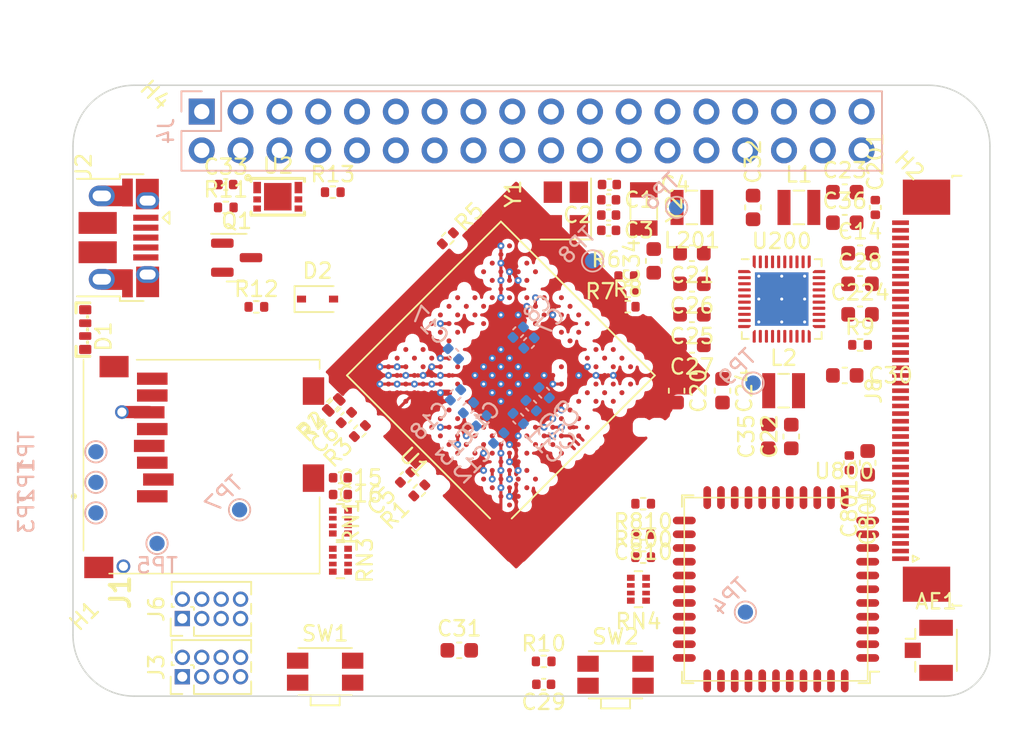
<source format=kicad_pcb>
(kicad_pcb (version 20211014) (generator pcbnew)
  (layers (0 "F.Cu" signal) (1 "In1.Cu" signal) (2 "In2.Cu" signal) (31 "B.Cu" signal) (34 "B.Paste" user) (35 "F.Paste" user) (36 "B.SilkS" user "B.Silkscreen") (37 "F.SilkS" user "F.Silkscreen") (38 "B.Mask" user) (39 "F.Mask" user) (44 "Edge.Cuts" user))
  (net 0 "")
  (net 10 "/cpu/vddout25")
  (net 12 "Net-(AE1-Pad1)")
  (net 28 "USBA-D-")
  (net 29 "USBA-D+")
  (net 34 "USBC-D-")
  (net 36 "USBC-D+")
  (net 37 "USBB-D-")
  (net 38 "USBB-D+")
  (net 41 "RMII-TXCK")
  (net 42 "RMII-MDIO")
  (net 43 "RMII-RXER")
  (net 45 "PCK0-OUTPUT")
  (net 47 "RMII-MDC")
  (net 48 "GND")
  (net 49 "/cpu/hse-in")
  (net 50 "/cpu/lse-in")
  (net 51 "/cpu/hse-out")
  (net 52 "/cpu/lse-out")
  (net 53 "Net-(R5-Pad2)")
  (net 54 "RMII-TXEN")
  (net 55 "RMII-RXDV")
  (net 56 "RMII-TX1")
  (net 57 "/cpu/ddr_cal")
  (net 58 "/cpu/ddr_vref")
  (net 59 "RMII-RX0")
  (net 60 "VDD-DRAM")
  (net 61 "SDIO0-CD")
  (net 62 "SDIO0-DAT1")
  (net 63 "SDIO0-CLK")
  (net 64 "SDIO0-DAT2")
  (net 65 "SDIO0-CMD")
  (net 66 "SDIO0-DAT3")
  (net 67 "SDIO0-DAT0")
  (net 68 "DBG-TXD")
  (net 69 "DBG-RXD")
  (net 70 "~{RST}")
  (net 71 "VDD_3V3")
  (net 72 "VDD_DRAM")
  (net 73 "VDD_CORE")
  (net 74 "VIN")
  (net 75 "Net-(L201-Pad1)")
  (net 76 "PMIC_SHDN")
  (net 77 "UART0-TX")
  (net 78 "RMII-TX0")
  (net 79 "RMII-RX1")
  (net 80 "RMII-TXER")
  (net 81 "USB-ID")
  (net 82 "VBUS-SENSE")
  (net 83 "UART0-RX")
  (net 84 "Net-(C33-Pad1)")
  (net 85 "BAT_GND")
  (net 86 "GPIO1")
  (net 88 "UART1-TX")
  (net 89 "UART1-RX")
  (net 90 "I2C-SCL")
  (net 91 "I2C-SDA")
  (net 92 "GPIO3")
  (net 93 "GPIO2")
  (net 94 "UART2-TX")
  (net 95 "UART2-RX")
  (net 96 "GPIO4")
  (net 97 "SPI-CLK")
  (net 98 "SPI-CS")
  (net 99 "SPI-MOSI")
  (net 100 "SPI-MISO")
  (net 101 "ACIN")
  (net 102 "+3V3")
  (net 103 "VBAT")
  (net 106 "CAN-TX")
  (net 107 "CAN-RX")
  (net 108 "GPIOA1")
  (net 109 "GPIOA2")
  (net 110 "GPIOA3")
  (net 111 "GPIOA4")
  (net 112 "GPIOA5")
  (net 114 "AP-WAKE-BT")
  (net 115 "BT-WAKE-AP")
  (net 116 "AP-WAKE-WIFI")
  (net 117 "WIFI-WAKE-AP")
  (net 118 "BT-REG-ON")
  (net 119 "SDIO1-CLK")
  (net 120 "SDIO1-DAT0")
  (net 121 "SDIO1-CMD")
  (net 122 "BT-UART-TXD")
  (net 123 "BT-UART-RXD")
  (net 124 "BT-UART-CTS")
  (net 125 "Net-(R800-Pad2)")
  (net 126 "SDIO1-DAT1")
  (net 127 "SDIO1-DAT2")
  (net 128 "SDIO1-DAT3")
  (net 129 "Net-(C14-Pad1)")
  (net 130 "Net-(C20-Pad1)")
  (net 131 "Net-(C24-Pad1)")
  (net 132 "Net-(C25-Pad1)")
  (net 133 "Net-(C26-Pad1)")
  (net 134 "Net-(C27-Pad1)")
  (net 135 "IPS")
  (net 136 "Net-(C201-Pad1)")
  (net 137 "Net-(C224-Pad1)")
  (net 138 "RGMII-RXCK")
  (net 139 "RGMII-RXCTL")
  (net 140 "RGMII-RX2")
  (net 141 "RGMII-RX3")
  (net 142 "RGMII-TXCTL")
  (net 143 "RGMII-TX2")
  (net 144 "RGMII-TX3")
  (net 145 "Net-(R9-Pad1)")
  (net 159 "BAT_NTC")
  (net 160 "VBUS")
  (net 161 "Net-(R13-Pad1)")
  (net 162 "Net-(U200-Pad36)")
  (net 163 "Net-(U200-Pad15)")
  (net 175 "LCD-D23")
  (net 176 "LCD-D22")
  (net 177 "LCD-D21")
  (net 178 "LCD-D20")
  (net 179 "LCD-D19")
  (net 180 "LCD-D18")
  (net 181 "LCD-D15")
  (net 182 "LCD-D14")
  (net 183 "LCD-D13")
  (net 184 "LCD-D12")
  (net 185 "LCD-D11")
  (net 186 "LCD-D10")
  (net 187 "LCD-D7")
  (net 188 "LCD-D6")
  (net 189 "LCD-D5")
  (net 190 "LCD-D4")
  (net 191 "LCD-D3")
  (net 192 "LCD-D2")
  (net 193 "LCD-DE")
  (net 194 "LCD-CLK")
  (net 195 "LCD-HSYNC")
  (net 196 "LCD-VSYNC")
  (net 198 "LED_K")
  (net 199 "LED_A")
  (net 201 "LED-GREEN")
  (net 202 "LED-RED")
  (net 203 "LED-BLUE")
  (net 204 "SSC-TF")
  (net 205 "SSC-TK")
  (net 206 "SSC-TD")
  (net 207 "SSC-RD")
  (net 211 "PMIC-IRQ")
  (net 212 "LCD-EN")
  (net 213 "LCD-PWM")
  (net 214 "PON")
  (net 215 "Net-(R10-Pad1)")
  (net 218 "~{PMIC_RST}")
  (footprint "Capacitor_SMD:C_0402_1005Metric" (layer "F.Cu") (at 135.05 68.5 180)
    (fp_text reference "C2")
    (fp_text value "C_Small")
  )
  (footprint "Diode_SMD:D_SOD-323" (layer "F.Cu") (at 116 74)
    (fp_text reference "D2")
    (fp_text value "D_Schottky")
  )
  (footprint "Connector_PinHeader_1.27mm:PinHeader_2x04_P1.27mm_Vertical" (layer "F.Cu") (at 107.155 94.92 90)
    (fp_text reference "J6")
    (fp_text value "Conn_01x08")
  )
  (footprint "Capacitor_SMD:C_0402_1005Metric" (layer "F.Cu") (at 121.763319 85.660947 -135)
    (fp_text reference "C5")
    (fp_text value "C_Small")
  )
  (footprint "Capacitor_SMD:C_0402_1005Metric" (layer "F.Cu") (at 117.888374 81.757717 -135)
    (fp_text reference "C6")
    (fp_text value "100nF")
  )
  (footprint "Package_DFN_QFN:TQFN-40-1EP_5x5mm_P0.4mm_EP3.5x3.5mm_ThermalVias" (layer "F.Cu") (at 146.375 74)
    (fp_text reference "U200")
    (fp_text value "ACT8945AQJ305-T")
  )
  (footprint "Capacitor_SMD:C_0402_1005Metric" (layer "F.Cu") (at 135.05 67.5)
    (fp_text reference "C1")
    (fp_text value "C_Small")
  )
  (footprint "Resistor_SMD:R_0402_1005Metric" (layer "F.Cu") (at 136.2 72.5)
    (fp_text reference "R6")
    (fp_text value "82k")
  )
  (footprint "Capacitor_SMD:C_0402_1005Metric" (layer "F.Cu") (at 130.8 99.225 180)
    (fp_text reference "C29")
    (fp_text value "100nF")
  )
  (footprint "Capacitor_SMD:C_0603_1608Metric" (layer "F.Cu") (at 145.5 83 90)
    (fp_text reference "C35")
    (fp_text value "10uF")
  )
  (footprint "Capacitor_SMD:C_0603_1608Metric" (layer "F.Cu") (at 125.275 97)
    (fp_text reference "C31")
    (fp_text value "4.7uF")
  )
  (footprint "Resistor_SMD:R_0402_1005Metric" (layer "F.Cu") (at 124.528106 70.026816 -135)
    (fp_text reference "R5")
    (fp_text value "5.62k")
  )
  (footprint "Crystal:Crystal_SMD_3215-2Pin_3.2x1.5mm" (layer "F.Cu") (at 137.35 68.1 90)
    (fp_text reference "Y2")
    (fp_text value "32.768kHz")
  )
  (footprint "Button_Switch_SMD:SW_SPST_EVQP7C" (layer "F.Cu") (at 135.5 98.6)
    (fp_text reference "SW2")
    (fp_text value "SW_Push")
  )
  (footprint "Capacitor_SMD:C_0402_1005Metric" (layer "F.Cu") (at 135.1 66.5 180)
    (fp_text reference "C4")
    (fp_text value "C_Small")
  )
  (footprint "Capacitor_SMD:C_0603_1608Metric" (layer "F.Cu") (at 140.5 75 180)
    (fp_text reference "C25")
    (fp_text value "4.7uF")
  )
  (footprint "Resistor_SMD:R_0402_1005Metric" (layer "F.Cu") (at 112 74.51)
    (fp_text reference "R12")
    (fp_text value "R_Small")
  )
  (footprint "Capacitor_SMD:C_0402_1005Metric" (layer "F.Cu") (at 135.05 69.5)
    (fp_text reference "C3")
    (fp_text value "C_Small")
  )
  (footprint "Resistor_SMD:R_0402_1005Metric" (layer "F.Cu") (at 117.120607 80.98995 -135)
    (fp_text reference "R4")
    (fp_text value "4.7k")
  )
  (footprint "Capacitor_SMD:C_0603_1608Metric" (layer "F.Cu") (at 140.5 73 180)
    (fp_text reference "C26")
    (fp_text value "4.7uF")
  )
  (footprint "Capacitor_SMD:C_0603_1608Metric" (layer "F.Cu") (at 150.5 69)
    (fp_text reference "C36")
    (fp_text value "10uF")
  )
  (footprint "Resistor_SMD:R_0402_1005Metric" (layer "F.Cu") (at 130.8 97.725)
    (fp_text reference "R10")
    (fp_text value "1k")
  )
  (footprint "Capacitor_SMD:C_0402_1005Metric" (layer "F.Cu") (at 137.31 89.4 180)
    (fp_text reference "C810")
    (fp_text value "1uF")
  )
  (footprint "Capacitor_SMD:C_0402_1005Metric" (layer "F.Cu") (at 110 66.5)
    (fp_text reference "C33")
    (fp_text value "100nF")
  )
  (footprint "Capacitor_SMD:C_0603_1608Metric" (layer "F.Cu") (at 152 84.725 -90)
    (fp_text reference "C800")
    (fp_text value "4.7uF")
  )
  (footprint "Capacitor_SMD:C_0402_1005Metric" (layer "F.Cu") (at 117.5 86.8)
    (fp_text reference "C16")
    (fp_text value "100nF")
  )
  (footprint "MountingHole:MountingHole_2.7mm_M2.5_DIN965" (layer "F.Cu") (at 157 63 -45)
    (fp_text reference "H2")
    (fp_text value "MountingHole")
  )
  (footprint "Capacitor_SMD:C_0402_1005Metric" (layer "F.Cu") (at 150.8 84.725 -90)
    (fp_text reference "C801")
    (fp_text value "100nF")
  )
  (footprint "Capacitor_SMD:C_0603_1608Metric" (layer "F.Cu") (at 147 83 90)
    (fp_text reference "C22")
    (fp_text value "10uF")
  )
  (footprint "Connector_FFC-FPC:TE_4-1734839-5_1x45-1MP_P0.5mm_Horizontal" (layer "F.Cu") (at 155.5 80 90)
    (fp_text reference "J8")
    (fp_text value "Conn_2Rows-45Pins_MountingPin")
  )
  (footprint "Capacitor_SMD:C_0603_1608Metric" (layer "F.Cu") (at 142.5 80 -90)
    (fp_text reference "C24")
    (fp_text value "4.7uF")
  )
  (footprint "MountingHole:MountingHole_2.7mm_M2.5_DIN965" (layer "F.Cu") (at 103 97 -135)
    (fp_text reference "H1")
    (fp_text value "MountingHole")
  )
  (footprint "Resistor_SMD:R_0402_1005Metric" (layer "F.Cu") (at 110 68)
    (fp_text reference "R11")
    (fp_text value "330")
  )
  (footprint "Resistor_SMD:R_0402_1005Metric" (layer "F.Cu") (at 137.31 87.4 180)
    (fp_text reference "R810")
    (fp_text value "10k")
  )
  (footprint "Crystal:Crystal_SMD_3225-4Pin_3.2x2.5mm" (layer "F.Cu") (at 132.25 68.1 90)
    (fp_text reference "Y1")
    (fp_text value "24MHz")
  )
  (footprint "Capacitor_SMD:C_0603_1608Metric" (layer "F.Cu") (at 150.5 67)
    (fp_text reference "C23")
    (fp_text value "10uF")
  )
  (footprint "Resistor_SMD:R_0402_1005Metric" (layer "F.Cu") (at 137.31 90.9)
    (fp_text reference "R800")
    (fp_text value "0/dnp")
  )
  (footprint "Resistor_SMD:R_0402_1005Metric" (layer "F.Cu") (at 136.3 73.5)
    (fp_text reference "R7")
    (fp_text value "47k")
  )
  (footprint "Resistor_SMD:R_0402_1005Metric" (layer "F.Cu") (at 117.00449 80.873834 -135)
    (fp_text reference "R2")
    (fp_text value "4.7k")
  )
  (footprint "Button_Switch_SMD:SW_SPST_EVQP7C" (layer "F.Cu") (at 116.5 98.4)
    (fp_text reference "SW1")
    (fp_text value "SW_Push")
  )
  (footprint "Capacitor_SMD:C_0603_1608Metric" (layer "F.Cu") (at 138 71.5 90)
    (fp_text reference "C34")
    (fp_text value "10uF")
  )
  (footprint "Inductor_SMD:L_Wuerth_MAPI-2510" (layer "F.Cu") (at 146.5 80)
    (fp_text reference "L2")
    (fp_text value "2.2uH")
  )
  (footprint "Connector_USB:USB_Micro-B_Amphenol_10103594-0001LF_Horizontal" (layer "F.Cu") (at 103 70 -90)
    (fp_text reference "J2")
    (fp_text value "USB_B_Micro")
  )
  (footprint "Resistor_SMD:R_0402_1005Metric" (layer "F.Cu") (at 151.5 77)
    (fp_text reference "R9")
    (fp_text value "R_Small")
  )
  (footprint "Resistor_SMD:R_0402_1005Metric" (layer "F.Cu") (at 136.3 74.5)
    (fp_text reference "R8")
    (fp_text value "47k")
  )
  (footprint "Resistor_SMD:R_Array_Convex_4x0402" (layer "F.Cu") (at 117.5 88.6)
    (fp_text reference "RN1")
    (fp_text value "10k")
  )
  (footprint "Resistor_SMD:R_Array_Convex_4x0402" (layer "F.Cu") (at 117.5 91.1)
    (fp_text reference "RN3")
    (fp_text value "10k")
  )
  (footprint "microchip:SAM9X60D1G" (layer "F.Cu") (at 128 79 135)
    (fp_text reference "U1")
    (fp_text value "SAM9X60D1G")
  )
  (footprint "Connector_PinHeader_1.27mm:PinHeader_2x04_P1.27mm_Vertical" (layer "F.Cu") (at 107.155 98.73 90)
    (fp_text reference "J3")
    (fp_text value "Conn_01x08")
  )
  (footprint "Resistor_SMD:R_0402_1005Metric" (layer "F.Cu") (at 122.661345 86.530688 -135)
    (fp_text reference "R1")
    (fp_text value "20k")
  )
  (footprint "Resistor_SMD:R_Array_Convex_4x0402" (layer "F.Cu") (at 137 93 180)
    (fp_text reference "RN4")
    (fp_text value "10k")
  )
  (footprint "Capacitor_SMD:C_0603_1608Metric" (layer "F.Cu") (at 140.5 71 180)
    (fp_text reference "C21")
    (fp_text value "10uF")
  )
  (footprint "sdio:lga44_12x12mm_P0.9" (layer "F.Cu") (at 146 93 180)
    (fp_text reference "U800")
    (fp_text value "RTL8723BS")
  )
  (footprint "Capacitor_SMD:C_0603_1608Metric" (layer "F.Cu") (at 150.5 78.999999)
    (fp_text reference "C30")
    (fp_text value "4.7uF")
  )
  (footprint "Resistor_SMD:R_0402_1005Metric" (layer "F.Cu") (at 117 67)
    (fp_text reference "R13")
    (fp_text value "2.7k")
  )
  (footprint "Resistor_SMD:R_0402_1005Metric" (layer "F.Cu") (at 118.772257 82.641601 -135)
    (fp_text reference "R3")
    (fp_text value "4.7k")
  )
  (footprint "Capacitor_SMD:C_0603_1608Metric" (layer "F.Cu") (at 151.5 73)
    (fp_text reference "C28")
    (fp_text value "4.7uF")
  )
  (footprint "diodes:DFN-2030-6" (layer "F.Cu") (at 113.4 67.3)
    (fp_text reference "U2")
    (fp_text value "AP9211")
  )
  (footprint "gct:MEM20610118800A" (layer "F.Cu") (at 105.1875 79.215 -90)
    (fp_text reference "J1")
    (fp_text value "Micro_SD_Card_Det" hide)
  )
  (footprint "MountingHole:MountingHole_2.7mm_M2.5_DIN965" (layer "F.Cu") (at 103 63 -45)
    (fp_text reference "H4")
    (fp_text value "MountingHole")
  )
  (footprint "Connector_Coaxial:U.FL_Hirose_U.FL-R-SMT-1_Vertical" (layer "F.Cu") (at 156 97)
    (fp_text reference "AE1")
    (fp_text value "Antenna_Shield")
  )
  (footprint "Capacitor_SMD:C_0603_1608Metric" (layer "F.Cu") (at 140.5 77 180)
    (fp_text reference "C27")
    (fp_text value "4.7uF")
  )
  (footprint "Inductor_SMD:L_Wuerth_MAPI-2510" (layer "F.Cu") (at 147.5 68)
    (fp_text reference "L1")
    (fp_text value "2.2uH")
  )
  (footprint "led:rgb-1204" (layer "F.Cu") (at 100.3 76 90)
    (fp_text reference "D1")
    (fp_text value "RF-W2S118TS-A41")
  )
  (footprint "Capacitor_SMD:C_0603_1608Metric" (layer "F.Cu") (at 139.5 80 -90)
    (fp_text reference "C20")
    (fp_text value "4.7uF")
  )
  (footprint "Capacitor_SMD:C_0603_1608Metric" (layer "F.Cu") (at 151.5 71)
    (fp_text reference "C14")
    (fp_text value "4.7uF")
  )
  (footprint "Capacitor_SMD:C_0603_1608Metric" (layer "F.Cu") (at 144.5 68 90)
    (fp_text reference "C32")
    (fp_text value "4.7uF")
  )
  (footprint "Capacitor_SMD:C_0402_1005Metric" (layer "F.Cu") (at 152.5 68 90)
    (fp_text reference "C201")
    (fp_text value "47nF")
  )
  (footprint "Capacitor_SMD:C_0603_1608Metric" (layer "F.Cu") (at 151.5 75)
    (fp_text reference "C224")
    (fp_text value "10uF")
  )
  (footprint "Inductor_SMD:L_Wuerth_MAPI-2510" (layer "F.Cu") (at 140.5 68 180)
    (fp_text reference "L201")
    (fp_text value "2.2uH")
  )
  (footprint "Capacitor_SMD:C_0402_1005Metric" (layer "F.Cu") (at 117.5 85.7)
    (fp_text reference "C15")
    (fp_text value "1uF")
  )
  (footprint "Package_TO_SOT_SMD:SOT-23" (layer "F.Cu") (at 110.71 71.29)
    (fp_text reference "Q1")
    (fp_text value "BSS84")
  )
  (footprint "Capacitor_SMD:C_0402_1005Metric" (layer "B.Cu") (at 127.858579 83.10122 45)
    (fp_text reference "C12")
    (fp_text value "100nF")
  )
  (footprint "Capacitor_SMD:C_0402_1005Metric" (layer "B.Cu") (at 129.9799 80.9799 135)
    (fp_text reference "C10")
    (fp_text value "100nF")
  )
  (footprint "Capacitor_SMD:C_0402_1005Metric" (layer "B.Cu") (at 124.88873 77.585786 -45)
    (fp_text reference "C17")
    (fp_text value "100nF")
  )
  (footprint "Capacitor_SMD:C_0402_1005Metric" (layer "B.Cu") (at 129.131372 81.828428 135)
    (fp_text reference "C11")
    (fp_text value "100nF")
  )
  (footprint "Capacitor_SMD:C_0402_1005Metric" (layer "B.Cu") (at 126.727208 81.969848 45)
    (fp_text reference "C13")
    (fp_text value "100nF")
  )
  (footprint "TestPoint:TestPoint_Pad_D1.0mm" (layer "B.Cu") (at 139.5 68 -135)
    (fp_text reference "TP6")
    (fp_text value "TestPoint")
  )
  (footprint "Capacitor_SMD:C_0402_1005Metric" (layer "B.Cu") (at 125.87868 81.12132 45)
    (fp_text reference "C19")
    (fp_text value "100nF")
  )
  (footprint "TestPoint:TestPoint_Pad_D1.0mm" (layer "B.Cu") (at 105.5 90)
    (fp_text reference "TP5")
    (fp_text value "TestPoint")
  )
  (footprint "TestPoint:TestPoint_Pad_D1.0mm" (layer "B.Cu") (at 134 71.5 -135)
    (fp_text reference "TP8")
    (fp_text value "TestPoint")
  )
  (footprint "Connector_PinHeader_2.54mm:PinHeader_2x18_P2.54mm_Vertical" (layer "B.Cu") (at 108.425 61.725 -90)
    (fp_text reference "J4")
    (fp_text value "Conn_02x18_Odd_Even")
  )
  (footprint "TestPoint:TestPoint_Pad_D1.0mm" (layer "B.Cu") (at 144 94.5 -135)
    (fp_text reference "TP4")
    (fp_text value "TestPoint")
  )
  (footprint "Capacitor_SMD:C_0402_1005Metric" (layer "B.Cu") (at 125.030152 80.272793 45)
    (fp_text reference "C18")
    (fp_text value "100nF")
  )
  (footprint "Capacitor_SMD:C_0402_1005Metric" (layer "B.Cu") (at 130.828428 80.131372 -45)
    (fp_text reference "C9")
    (fp_text value "100nF")
  )
  (footprint "TestPoint:TestPoint_Pad_D1.0mm" (layer "B.Cu") (at 101.5 88 90)
    (fp_text reference "TP3")
    (fp_text value "TestPoint")
  )
  (footprint "TestPoint:TestPoint_Pad_D1.0mm" (layer "B.Cu") (at 144.5 79.5 -135)
    (fp_text reference "TP9")
    (fp_text value "TestPoint")
  )
  (footprint "TestPoint:TestPoint_Pad_D1.0mm" (layer "B.Cu") (at 101.5 86 90)
    (fp_text reference "TP2")
    (fp_text value "TestPoint")
  )
  (footprint "Capacitor_SMD:C_0402_1005Metric" (layer "B.Cu") (at 129.131372 76.171574 -135)
    (fp_text reference "C8")
    (fp_text value "100nF")
  )
  (footprint "TestPoint:TestPoint_Pad_D1.0mm" (layer "B.Cu") (at 110.9 87.8 -135)
    (fp_text reference "TP7")
    (fp_text value "TestPoint")
  )
  (footprint "TestPoint:TestPoint_Pad_D1.0mm" (layer "B.Cu") (at 101.5 84 90)
    (fp_text reference "TP1")
    (fp_text value "TestPoint")
  )
  (footprint "Capacitor_SMD:C_0402_1005Metric" (layer "B.Cu") (at 129.83848 76.87868 -135)
    (fp_text reference "C7")
    (fp_text value "2.2uF")
  )
  (gr_line (start 156 63) (end 156.5 63) (layer "B.Cu") (width 0.2))
  (gr_line (start 156 63) (end 156 62.5) (layer "B.Cu") (width 0.2))
  (gr_rect (start 140 99) (end 152 87) (layer "F.SilkS") (width 0.1) (fill none))
  (gr_line (start 100 64) (end 100 96) (layer "Edge.Cuts") (width 0.1))
  (gr_line (start 157 100) (end 104 100) (layer "Edge.Cuts") (width 0.1))
  (gr_arc (start 100 64) (mid 101.171573 61.171573) (end 104 60) (layer "Edge.Cuts") (width 0.1))
  (gr_line (start 104 60) (end 156 60) (layer "Edge.Cuts") (width 0.1))
  (gr_line (start 160 64) (end 160 97) (layer "Edge.Cuts") (width 0.1))
  (gr_arc (start 160 97) (mid 159.12132 99.12132) (end 157 100) (layer "Edge.Cuts") (width 0.1))
  (gr_arc (start 156 60) (mid 158.828427 61.171573) (end 160 64) (layer "Edge.Cuts") (width 0.1))
  (gr_arc (start 104 100) (mid 101.171573 98.828427) (end 100 96) (layer "Edge.Cuts") (width 0.1))
  (segment (start 129.697056 75.040202) (end 129.697056 74.474517) (width 0.2) (layer "F.Cu") (net 10))
  (via (at 129.697056 74.474517) (size 0.45) (drill 0.2) (layers "F.Cu" "B.Cu") (net 10))
  (segment (start 129.131371 84.656854) (end 129.131372 85.22254) (width 0.2) (layer "F.Cu") (net 41))
  (via (at 129.131372 85.22254) (size 0.45) (drill 0.2) (layers "F.Cu" "B.Cu") (net 41))
  (segment (start 128.565685 85.22254) (end 128.565686 85.788226) (width 0.2) (layer "F.Cu") (net 47))
  (via (at 128.565686 85.788226) (size 0.45) (drill 0.2) (layers "F.Cu" "B.Cu") (net 47))
  (segment (start 128 75.605887) (end 128.000001 75.040203) (width 0.2) (layer "F.Cu") (net 48))
  (segment (start 128.000001 70.514719) (end 128 69.949033) (width 0.2) (layer "F.Cu") (net 48))
  (segment (start 128.000001 86.919597) (end 128 86.353911) (width 0.2) (layer "F.Cu") (net 48))
  (segment (start 127.434315 78.434314) (end 127.434315 77.86863) (width 0.2) (layer "F.Cu") (net 48))
  (segment (start 124.040202 79) (end 124.605888 79.000001) (width 0.2) (layer "F.Cu") (net 48))
  (segment (start 124.605889 75.605887) (end 124.040202 75.605887) (width 0.2) (layer "F.Cu") (net 48))
  (segment (start 128.000001 75.040203) (end 128.000001 73.908832) (width 0.2) (layer "F.Cu") (net 48))
  (segment (start 128.565687 79.565685) (end 128.565686 79.000001) (width 0.2) (layer "F.Cu") (net 48))
  (segment (start 122.908831 79) (end 124.040202 79) (width 0.2) (layer "F.Cu") (net 48))
  (segment (start 130.262743 74.474517) (end 130.262742 73.908832) (width 0.2) (layer "F.Cu") (net 48))
  (segment (start 128.000001 71.64609) (end 128.000001 70.514719) (width 0.2) (layer "F.Cu") (net 48))
  (segment (start 128.565687 79.565685) (end 129.131371 79.565685) (width 0.2) (layer "F.Cu") (net 48))
  (segment (start 122.343146 80.131372) (end 122.908831 80.697056) (width 0.2) (layer "F.Cu") (net 48))
  (segment (start 129.131372 79.000001) (end 129.697056 79) (width 0.2) (layer "F.Cu") (net 48))
  (segment (start 105 81.4) (end 103.2 81.4) (width 0.8) (layer "F.Cu") (net 48))
  (segment (start 120.64609 79.000001) (end 121.777461 79.000001) (width 0.2) (layer "F.Cu") (net 48))
  (segment (start 126.868629 79) (end 126.868629 78.434315) (width 0.2) (layer "F.Cu") (net 48))
  (segment (start 133.09117 79.000001) (end 134.22254 79.000001) (width 0.2) (layer "F.Cu") (net 48))
  (segment (start 128.000001 84.09117) (end 128 84.656854) (width 0.2) (layer "F.Cu") (net 48))
  (segment (start 128 84.656854) (end 128.000001 85.22254) (width 0.2) (layer "F.Cu") (net 48))
  (segment (start 128.000001 85.22254) (end 128 85.788225) (width 0.2) (layer "F.Cu") (net 48))
  (segment (start 128 85.788225) (end 128 86.353911) (width 0.2) (layer "F.Cu") (net 48))
  (segment (start 128 79) (end 128 78.434315) (width 0.2) (layer "F.Cu") (net 48))
  (segment (start 128.000001 80.131372) (end 128 80.697056) (width 0.2) (layer "F.Cu") (net 48))
  (segment (start 128.565686 78.434314) (end 129.131372 78.434315) (width 0.2) (layer "F.Cu") (net 48))
  (segment (start 132.525484 79.000001) (end 133.09117 79.000001) (width 0.2) (layer "F.Cu") (net 48))
  (segment (start 128.000001 80.131372) (end 128.565686 80.131372) (width 0.2) (layer "F.Cu") (net 48))
  (segment (start 128.000001 73.908832) (end 128.000001 72.777461) (width 0.2) (layer "F.Cu") (net 48))
  (segment (start 131.959798 79.565685) (end 131.394114 79.565685) (width 0.2) (layer "F.Cu") (net 48))
  (segment (start 120.080405 80.131372) (end 122.343146 80.131372) (width 0.2) (layer "F.Cu") (net 48))
  (segment (start 128.000001 72.777461) (end 128.000001 71.64609) (width 0.2) (layer "F.Cu") (net 48))
  (segment (start 126.868629 79) (end 126.302944 79.000001) (width 0.2) (layer "F.Cu") (net 48))
  (segment (start 135.353911 79.000001) (end 137.050968 79.000001) (width 0.2) (layer "F.Cu") (net 48))
  (segment (start 128.000001 88.050968) (end 128.000001 86.919597) (width 0.2) (layer "F.Cu") (net 48))
  (segment (start 128 83.525483) (end 128.000001 84.09117) (width 0.2) (layer "F.Cu") (net 48))
  (segment (start 118.949033 79) (end 120.64609 79.000001) (width 0.2) (layer "F.Cu") (net 48))
  (segment (start 131.394113 79.000001) (end 131.394114 79.565685) (width 0.2) (layer "F.Cu") (net 48))
  (segment (start 124.605888 82.394112) (end 124.040202 82.394113) (width 0.2) (layer "F.Cu") (net 48))
  (segment (start 127.434315 79.565685) (end 127.434315 80.131372) (width 0.2) (layer "F.Cu") (net 48))
  (segment (start 128 77.868629) (end 128.000001 77.302944) (width 0.2) (layer "F.Cu") (net 48))
  (segment (start 128.000001 80.131372) (end 128 79.565685) (width 0.2) (layer "F.Cu") (net 48))
  (segment (start 134.22254 79.000001) (end 135.353911 79.000001) (width 0.2) (layer "F.Cu") (net 48))
  (segment (start 121.211776 81.262742) (end 122.343146 80.131372) (width 0.2) (layer "F.Cu") (net 48))
  (segment (start 126.868629 79) (end 126.868629 79.565685) (width 0.2) (layer "F.Cu") (net 48))
  (segment (start 127.434315 79.565685) (end 127.434315 79.000001) (width 0.2) (layer "F.Cu") (net 48))
  (segment (start 131.394113 75.605887) (end 131.394113 75.040203) (width 0.2) (layer "F.Cu") (net 48))
  (segment (start 121.777461 79.000001) (end 122.908831 79) (width 0.2) (layer "F.Cu") (net 48))
  (segment (start 131.394113 82.394112) (end 131.959798 82.394113) (width 0.2) (layer "F.Cu") (net 48))
  (segment (start 128 77.868629) (end 128.565686 77.868628) (width 0.2) (layer "F.Cu") (net 48))
  (via (at 135.353911 79.000001) (size 0.45) (drill 0.2) (layers "F.Cu" "B.Cu") (net 48))
  (via (at 124.040202 79) (size 0.45) (drill 0.2) (layers "F.Cu" "B.Cu") (net 48))
  (via (at 127.434315 79.000001) (size 0.45) (drill 0.2) (layers "F.Cu" "B.Cu") (net 48))
  (via (at 129.697056 79) (size 0.45) (drill 0.2) (layers "F.Cu" "B.Cu") (net 48))
  (via (at 127.434315 80.131372) (size 0.45) (drill 0.2) (layers "F.Cu" "B.Cu") (net 48))
  (via (at 124.040202 75.605887) (size 0.45) (drill 0.2) (layers "F.Cu" "B.Cu") (net 48))
  (via (at 126.868629 79.565685) (size 0.45) (drill 0.2) (layers "F.Cu" "B.Cu") (net 48))
  (via (at 128.565686 79.000001) (size 0.45) (drill 0.2) (layers "F.Cu" "B.Cu") (net 48))
  (via (at 128.000001 84.09117) (size 0.45) (drill 0.2) (layers "F.Cu" "B.Cu") (net 48))
  (via (at 128.000001 72.777461) (size 0.45) (drill 0.2) (layers "F.Cu" "B.Cu") (net 48))
  (via (at 130.262742 73.908832) (size 0.45) (drill 0.2) (layers "F.Cu" "B.Cu") (net 48))
  (via (at 103.3 91.5) (size 0.9) (drill 0.6) (layers "F.Cu" "B.Cu") (net 48))
  (via (at 131.394113 75.040203) (size 0.45) (drill 0.2) (layers "F.Cu" "B.Cu") (net 48))
  (via (at 121.777461 79.000001) (size 0.45) (drill 0.2) (layers "F.Cu" "B.Cu") (net 48))
  (via (at 122.908831 79) (size 0.45) (drill 0.2) (layers "F.Cu" "B.Cu") (net 48))
  (via (at 133.09117 79.000001) (size 0.45) (drill 0.2) (layers "F.Cu" "B.Cu") (net 48))
  (via (at 134.22254 79.000001) (size 0.45) (drill 0.2) (layers "F.Cu" "B.Cu") (net 48))
  (via (at 120.64609 79.000001) (size 0.45) (drill 0.2) (layers "F.Cu" "B.Cu") (net 48))
  (via (at 128 86.353911) (size 0.45) (drill 0.2) (layers "F.Cu" "B.Cu") (net 48))
  (via (at 128 78.434315) (size 0.45) (drill 0.2) (layers "F.Cu" "B.Cu") (net 48))
  (via (at 128.000001 77.302944) (size 0.45) (drill 0.2) (layers "F.Cu" "B.Cu") (net 48))
  (via (at 128.000001 75.040203) (size 0.45) (drill 0.2) (layers "F.Cu" "B.Cu") (net 48))
  (via (at 128.000001 73.908832) (size 0.45) (drill 0.2) (layers "F.Cu" "B.Cu") (net 48))
  (via (at 128.000001 71.64609) (size 0.45) (drill 0.2) (layers "F.Cu" "B.Cu") (net 48))
  (via (at 126.868629 78.434315) (size 0.45) (drill 0.2) (layers "F.Cu" "B.Cu") (net 48))
  (via (at 103.2 81.4) (size 0.9) (drill 0.6) (layers "F.Cu" "B.Cu") (net 48))
  (via (at 129.131372 78.434315) (size 0.45) (drill 0.2) (layers "F.Cu" "B.Cu") (net 48))
  (via (at 127.434315 77.86863) (size 0.45) (drill 0.2) (layers "F.Cu" "B.Cu") (net 48))
  (via (at 124.040202 82.394113) (size 0.45) (drill 0.2) (layers "F.Cu" "B.Cu") (net 48))
  (via (at 129.131371 79.565685) (size 0.45) (drill 0.2) (layers "F.Cu" "B.Cu") (net 48))
  (via (at 126.302944 79.000001) (size 0.45) (drill 0.2) (layers "F.Cu" "B.Cu") (net 48))
  (via (at 128 79.565685) (size 0.45) (drill 0.2) (layers "F.Cu" "B.Cu") (net 48))
  (via (at 128 80.697056) (size 0.45) (drill 0.2) (layers "F.Cu" "B.Cu") (net 48))
  (via (at 131.959798 82.394113) (size 0.45) (drill 0.2) (layers "F.Cu" "B.Cu") (net 48))
  (via (at 128.000001 70.514719) (size 0.45) (drill 0.2) (layers "F.Cu" "B.Cu") (net 48))
  (via (at 131.394114 79.565685) (size 0.45) (drill 0.2) (layers "F.Cu" "B.Cu") (net 48))
  (via (at 128.565686 77.868628) (size 0.45) (drill 0.2) (layers "F.Cu" "B.Cu") (net 48))
  (via (at 128.565686 80.131372) (size 0.45) (drill 0.2) (layers "F.Cu" "B.Cu") (net 48))
  (via (at 128.000001 85.22254) (size 0.45) (drill 0.2) (layers "F.Cu" "B.Cu") (net 48))
  (segment (start 125.171574 82.959799) (end 125.171573 83.525483) (width 0.2) (layer "F.Cu") (net 57))
  (via (at 125.171573 83.525483) (size 0.45) (drill 0.2) (layers "F.Cu" "B.Cu") (net 57))
  (segment (start 130.828427 82.959798) (end 131.394113 82.959799) (width 0.2) (layer "F.Cu") (net 62))
  (via (at 131.394113 82.959799) (size 0.45) (drill 0.2) (layers "F.Cu" "B.Cu") (net 62))
  (segment (start 130.262743 82.394113) (end 130.828427 82.394113) (width 0.2) (layer "F.Cu") (net 63))
  (via (at 130.828427 82.394113) (size 0.45) (drill 0.2) (layers "F.Cu" "B.Cu") (net 63))
  (segment (start 132.525485 83.525483) (end 132.808326 83.808326) (width 0.2) (layer "F.Cu") (net 64))
  (segment (start 131.959799 82.959799) (end 132.525484 82.959799) (width 0.2) (layer "F.Cu") (net 65))
  (segment (start 132.525484 82.959799) (end 133.091169 83.525483) (width 0.2) (layer "F.Cu") (net 65))
  (segment (start 130.828427 81.828427) (end 131.394113 81.828428) (width 0.2) (layer "F.Cu") (net 66))
  (via (at 131.394113 81.828428) (size 0.45) (drill 0.2) (layers "F.Cu" "B.Cu") (net 66))
  (segment (start 133.09117 82.959799) (end 133.374012 83.242641) (width 0.2) (layer "F.Cu") (net 67))
  (segment (start 131.394113 81.262742) (end 131.959799 81.262742) (width 0.2) (layer "F.Cu") (net 71))
  (segment (start 128.565687 86.353911) (end 128.565686 86.919597) (width 0.2) (layer "F.Cu") (net 71))
  (segment (start 129.131371 75.605887) (end 129.131372 75.040203) (width 0.2) (layer "F.Cu") (net 71))
  (segment (start 131.959798 80.697056) (end 131.959799 81.262742) (width 0.2) (layer "F.Cu") (net 71))
  (segment (start 128.565686 82.959799) (end 128.565687 83.525483) (width 0.2) (layer "F.Cu") (net 71))
  (via (at 128.565686 86.919597) (size 0.45) (drill 0.2) (layers "F.Cu" "B.Cu") (net 71))
  (via (at 128.565687 83.525483) (size 0.45) (drill 0.2) (layers "F.Cu" "B.Cu") (net 71))
  (via (at 131.959799 81.262742) (size 0.45) (drill 0.2) (layers "F.Cu" "B.Cu") (net 71))
  (via (at 129.131372 75.040203) (size 0.45) (drill 0.2) (layers "F.Cu" "B.Cu") (net 71))
  (segment (start 121.211775 78.434315) (end 121.777462 78.434315) (width 0.2) (layer "F.Cu") (net 72))
  (segment (start 124.040203 77.302944) (end 124.040202 77.868629) (width 0.2) (layer "F.Cu") (net 72))
  (segment (start 124.040202 78.434315) (end 123.474517 78.434314) (width 0.2) (layer "F.Cu") (net 72))
  (segment (start 120.080404 78.434315) (end 120.64609 78.434314) (width 0.2) (layer "F.Cu") (net 72))
  (segment (start 119.51472 79.565685) (end 120.080404 79.565685) (width 0.2) (layer "F.Cu") (net 72))
  (segment (start 119.51472 78.434315) (end 120.080404 78.434315) (width 0.2) (layer "F.Cu") (net 72))
  (segment (start 123.474517 79.565685) (end 124.040202 79.565685) (width 0.2) (layer "F.Cu") (net 72))
  (segment (start 124.040202 80.697056) (end 124.040203 80.131372) (width 0.4) (layer "F.Cu") (net 72))
  (segment (start 120.64609 78.434314) (end 121.211775 78.434315) (width 0.2) (layer "F.Cu") (net 72))
  (segment (start 124.605888 77.86863) (end 124.040202 77.868629) (width 0.2) (layer "F.Cu") (net 72))
  (segment (start 122.343146 79.565685) (end 123.474517 79.565685) (width 0.2) (layer "F.Cu") (net 72))
  (segment (start 120.646091 79.565685) (end 121.211775 79.565685) (width 0.2) (layer "F.Cu") (net 72))
  (segment (start 124.605888 80.131372) (end 124.040203 80.131372) (width 0.2) (layer "F.Cu") (net 72))
  (segment (start 121.211775 79.565685) (end 122.343146 79.565685) (width 0.2) (layer "F.Cu") (net 72))
  (segment (start 124.605887 80.131371) (end 124.040203 80.131372) (width 0.4) (layer "F.Cu") (net 72))
  (segment (start 120.080404 79.565685) (end 120.646091 79.565685) (width 0.2) (layer "F.Cu") (net 72))
  (via (at 123.474517 79.565685) (size 0.45) (drill 0.2) (layers "F.Cu" "B.Cu") (net 72))
  (via (at 120.080404 78.434315) (size 0.45) (drill 0.2) (layers "F.Cu" "B.Cu") (net 72))
  (via (at 124.040203 80.131372) (size 0.45) (drill 0.2) (layers "F.Cu" "B.Cu") (net 72))
  (via (at 123.474517 78.434314) (size 0.45) (drill 0.2) (layers "F.Cu" "B.Cu") (net 72))
  (via (at 120.080404 79.565685) (size 0.45) (drill 0.2) (layers "F.Cu" "B.Cu") (net 72))
  (via (at 122.343146 79.565685) (size 0.45) (drill 0.2) (layers "F.Cu" "B.Cu") (net 72))
  (via (at 124.040202 77.868629) (size 0.45) (drill 0.2) (layers "F.Cu" "B.Cu") (net 72))
  (via (at 121.211775 78.434315) (size 0.45) (drill 0.2) (layers "F.Cu" "B.Cu") (net 72))
  (via (at 121.211775 79.565685) (size 0.45) (drill 0.2) (layers "F.Cu" "B.Cu") (net 72))
  (segment (start 125.737258 82.394113) (end 125.737258 82.959798) (width 0.2) (layer "F.Cu") (net 73))
  (segment (start 129.131371 82.394113) (end 129.131372 82.959799) (width 0.2) (layer "F.Cu") (net 73))
  (segment (start 126.868629 83.525483) (end 126.86863 84.09117) (width 0.2) (layer "F.Cu") (net 73))
  (segment (start 130.828427 79) (end 130.828427 79.565685) (width 0.4) (layer "F.Cu") (net 73))
  (segment (start 130.828427 78.434315) (end 130.828427 79) (width 0.4) (layer "F.Cu") (net 73))
  (via (at 129.131372 82.959799) (size 0.45) (drill 0.2) (layers "F.Cu" "B.Cu") (net 73))
  (via (at 125.737258 82.959798) (size 0.45) (drill 0.2) (layers "F.Cu" "B.Cu") (net 73))
  (via (at 130.828427 79) (size 0.45) (drill 0.2) (layers "F.Cu" "B.Cu") (net 73))
  (via (at 126.86863 84.09117) (size 0.45) (drill 0.2) (layers "F.Cu" "B.Cu") (net 73))
  (segment (start 128.565685 84.091169) (end 128.565686 84.656855) (width 0.2) (layer "F.Cu") (net 109))
  (via (at 128.565686 84.656855) (size 0.45) (drill 0.2) (layers "F.Cu" "B.Cu") (net 109))
  (segment (start 127.434315 85.22254) (end 127.434315 85.788226) (width 0.2) (layer "F.Cu") (net 110))
  (via (at 127.434315 85.788226) (size 0.45) (drill 0.2) (layers "F.Cu" "B.Cu") (net 110))
  (segment (start 133.091169 78.434315) (end 133.656854 78.434315) (width 0.2) (layer "F.Cu") (net 115))
  (via (at 133.656854 78.434315) (size 0.45) (drill 0.2) (layers "F.Cu" "B.Cu") (net 115))
  (segment (start 128.565685 72.77746) (end 128.565686 72.211776) (width 0.2) (layer "F.Cu") (net 176))
  (via (at 128.565686 72.211776) (size 0.45) (drill 0.2) (layers "F.Cu" "B.Cu") (net 176))
  (segment (start 126.868629 84.656854) (end 126.86863 85.22254) (width 0.2) (layer "F.Cu") (net 202))
  (via (at 126.86863 85.22254) (size 0.45) (drill 0.2) (layers "F.Cu" "B.Cu") (net 202))
  (segment (start 129.131371 73.343146) (end 129.131372 72.777461) (width 0.2) (layer "F.Cu") (net 213))
  (via (at 129.131372 72.777461) (size 0.45) (drill 0.2) (layers "F.Cu" "B.Cu") (net 213))
  (zone (net 48) (net_name "GND") (layer "F.Cu") (priority 5) (connect_pads yes (clearance 0.3)) (min_thickness 0.2) (fill yes (thermal_gap 0.508) (thermal_bridge_width 0.508))
    (polygon (pts (xy 129.000001 66.272079) (xy 141.727922 79) (xy 129 91.727922) (xy 116.272079 79.000001)))
  )
)
</source>
